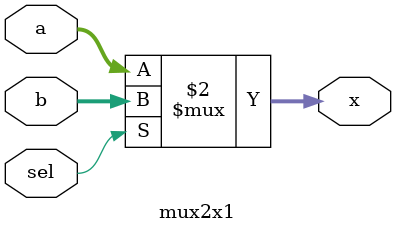
<source format=sv>
module mux2x1 (
    input logic [7:0] a, b,
    input logic sel,
    output logic [7:0] x
);
    assign x = ( sel == 1'b0) ? a : b ;
    
endmodule
</source>
